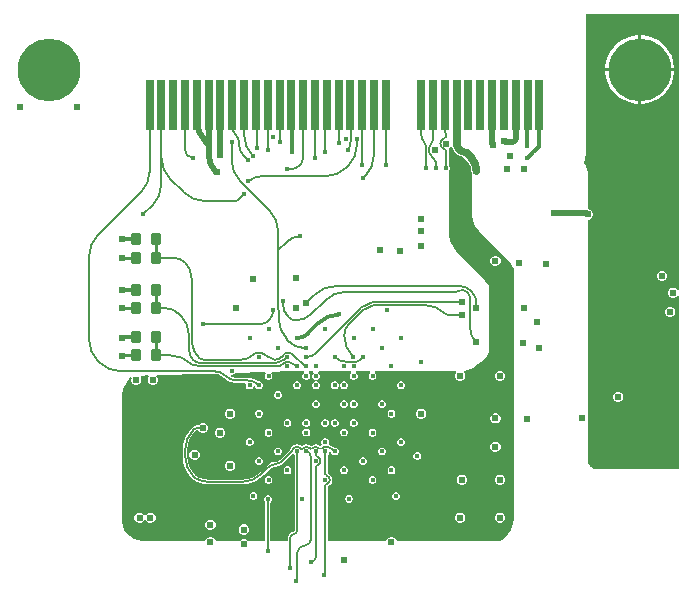
<source format=gbl>
G04*
G04 #@! TF.GenerationSoftware,Altium Limited,Altium Designer,23.0.1 (38)*
G04*
G04 Layer_Physical_Order=4*
G04 Layer_Color=16711680*
%FSLAX45Y45*%
%MOMM*%
G71*
G04*
G04 #@! TF.SameCoordinates,E124BC29-41F8-45E3-8FB8-A4B905A5A323*
G04*
G04*
G04 #@! TF.FilePolarity,Positive*
G04*
G01*
G75*
%ADD12C,0.12700*%
G04:AMPARAMS|DCode=21|XSize=1mm|YSize=0.9mm|CornerRadius=0.1125mm|HoleSize=0mm|Usage=FLASHONLY|Rotation=270.000|XOffset=0mm|YOffset=0mm|HoleType=Round|Shape=RoundedRectangle|*
%AMROUNDEDRECTD21*
21,1,1.00000,0.67500,0,0,270.0*
21,1,0.77500,0.90000,0,0,270.0*
1,1,0.22500,-0.33750,-0.38750*
1,1,0.22500,-0.33750,0.38750*
1,1,0.22500,0.33750,0.38750*
1,1,0.22500,0.33750,-0.38750*
%
%ADD21ROUNDEDRECTD21*%
%ADD41C,0.30480*%
%ADD42C,0.63500*%
%ADD43C,0.15240*%
%ADD44C,0.20320*%
%ADD45C,0.50800*%
%ADD46C,0.25400*%
%ADD48R,0.70000X4.20000*%
%ADD50R,0.70000X4.19999*%
%ADD52C,5.30000*%
%ADD53C,0.35560*%
%ADD54C,0.60960*%
%ADD55C,0.40640*%
G36*
X11712719Y9258032D02*
X11725798Y9226457D01*
X11748286Y9197149D01*
X11748527Y9197389D01*
X11763230Y9187565D01*
X11780573Y9184115D01*
Y9184115D01*
X11792403Y9182015D01*
X11793576Y9181782D01*
X11804059Y9174778D01*
X11804420Y9174237D01*
X11832375Y9146283D01*
X11841254Y9137403D01*
X11849201Y9127994D01*
X11859894Y9114059D01*
X11871353Y9086395D01*
X11875185Y9057285D01*
X11874679Y9056708D01*
X11874679D01*
X11878129Y9039364D01*
X11880000Y9036564D01*
Y8705210D01*
X11881223Y8680313D01*
X11890937Y8631478D01*
X11909992Y8585475D01*
X11937655Y8544074D01*
X11954395Y8525605D01*
X12200000Y8280000D01*
X12209511Y8270489D01*
X12224457Y8248121D01*
X12234752Y8223267D01*
X12240000Y8196882D01*
X12239999Y8183431D01*
X12239999D01*
X12240000Y8183431D01*
X12239999Y6138970D01*
X12240000Y6113953D01*
X12230239Y6064881D01*
X12211092Y6018655D01*
X12183295Y5977054D01*
X12165605Y5959365D01*
X12151972Y5945732D01*
X12133094Y5933118D01*
X12112118Y5924429D01*
X12089849Y5920000D01*
X12078496Y5920000D01*
X11243180D01*
Y5922479D01*
X11236606Y5938350D01*
X11224459Y5950497D01*
X11208589Y5957070D01*
X11191411D01*
X11175541Y5950497D01*
X11163394Y5938350D01*
X11156820Y5922479D01*
Y5920000D01*
X10659423D01*
Y6384299D01*
X10662794Y6384970D01*
X10682118Y6397882D01*
X10695030Y6417206D01*
X10699564Y6440000D01*
X10695030Y6462795D01*
X10682118Y6482119D01*
X10662794Y6495030D01*
X10659423Y6495701D01*
Y6652726D01*
X10667993Y6661296D01*
X10672674Y6672599D01*
X10678093Y6674227D01*
X10685720Y6675424D01*
X10686980Y6674373D01*
Y6673432D01*
X10692007Y6661296D01*
X10701296Y6652007D01*
X10713432Y6646980D01*
X10726568D01*
X10738704Y6652007D01*
X10747993Y6661296D01*
X10753020Y6673432D01*
Y6686568D01*
X10747993Y6698704D01*
X10738704Y6707993D01*
X10726568Y6713020D01*
X10723749D01*
X10712397Y6716276D01*
X10691706Y6730102D01*
X10677248Y6732978D01*
X10676043Y6734061D01*
X10670469Y6747275D01*
X10673020Y6753432D01*
Y6766568D01*
X10667993Y6778704D01*
X10658704Y6787993D01*
X10646568Y6793020D01*
X10633431D01*
X10621295Y6787993D01*
X10612006Y6778704D01*
X10606980Y6766568D01*
Y6753432D01*
X10611016Y6743688D01*
X10605826Y6730882D01*
X10595390Y6726614D01*
X10582794Y6735030D01*
X10560000Y6739565D01*
X10537205Y6735030D01*
X10530053Y6730251D01*
X10518778Y6724553D01*
X10508916Y6730940D01*
X10502795Y6735030D01*
X10480000Y6739565D01*
X10457206Y6735030D01*
X10440000Y6723534D01*
X10422794Y6735030D01*
X10400000Y6739565D01*
X10377206Y6735030D01*
X10357881Y6722119D01*
X10347610Y6706746D01*
X10347606Y6706741D01*
X10347606Y6706740D01*
X10344969Y6702795D01*
X10344312Y6700414D01*
X10343070Y6695919D01*
D01*
X10335569Y6686299D01*
X10255145Y6605874D01*
X10255076Y6605772D01*
X10239164Y6595140D01*
X10232210Y6593757D01*
X10220248Y6591976D01*
Y6591976D01*
X10192439Y6588315D01*
X10166525Y6577581D01*
X10144273Y6560506D01*
X10144272Y6560506D01*
X10135678Y6551140D01*
X10093963Y6509425D01*
X10093518Y6508758D01*
X10058546Y6480058D01*
X10017950Y6458359D01*
X9973902Y6444997D01*
X9928878Y6440563D01*
X9928092Y6440719D01*
X9663655D01*
X9662869Y6440563D01*
X9617846Y6444997D01*
X9573797Y6458359D01*
X9543496Y6474555D01*
Y6474555D01*
X9535524Y6483250D01*
X9511261Y6512815D01*
X9489562Y6553410D01*
X9476200Y6597459D01*
X9471766Y6642483D01*
X9471922Y6643268D01*
Y6687980D01*
X9471766Y6688765D01*
X9476200Y6733789D01*
X9489562Y6777838D01*
X9511261Y6818433D01*
X9532507Y6844322D01*
X9540957Y6853522D01*
X9548256Y6858400D01*
X9556867Y6860112D01*
X9567995Y6856315D01*
X9568315Y6855541D01*
X9580462Y6843394D01*
X9596332Y6836820D01*
X9613510D01*
X9629381Y6843394D01*
X9641528Y6855541D01*
X9648101Y6871411D01*
Y6888589D01*
X9641528Y6904460D01*
X9629381Y6916606D01*
X9613510Y6923180D01*
X9596332D01*
X9580462Y6916606D01*
X9568315Y6904460D01*
X9568070Y6903869D01*
X9556867Y6900254D01*
Y6900254D01*
X9532895Y6895486D01*
X9512572Y6881906D01*
X9512827Y6881652D01*
X9484914Y6848971D01*
X9462457Y6812325D01*
X9446010Y6772617D01*
X9435977Y6730826D01*
X9432605Y6687980D01*
X9433076D01*
Y6643268D01*
X9432605D01*
X9435977Y6600422D01*
X9446010Y6558630D01*
X9462457Y6518923D01*
X9484914Y6482277D01*
X9512826Y6449596D01*
X9512826Y6449595D01*
X9519466Y6443621D01*
X9525768Y6439411D01*
X9526089Y6439347D01*
X9534200Y6434385D01*
X9539309Y6431254D01*
X9579017Y6414807D01*
X9620808Y6404774D01*
X9663655Y6401401D01*
Y6401873D01*
X9928092D01*
Y6401401D01*
X9970939Y6404774D01*
X10012730Y6414807D01*
X10052438Y6431254D01*
X10089083Y6453711D01*
X10121765Y6481623D01*
X10121432Y6481956D01*
X10163147Y6523671D01*
X10172352Y6532427D01*
X10186380Y6543191D01*
X10202716Y6549958D01*
X10220181Y6552257D01*
X10220248Y6552199D01*
Y6552199D01*
X10243181Y6555218D01*
X10264552Y6564070D01*
X10282877Y6578131D01*
X10282905Y6578152D01*
X10282632Y6578424D01*
X10361122Y6656914D01*
X10376835Y6656467D01*
X10380577Y6652726D01*
Y6008340D01*
X10380410D01*
X10380047Y6007464D01*
X10370820Y5999081D01*
X10353477Y5995631D01*
X10338773Y5985807D01*
X10328949Y5971103D01*
X10325499Y5953760D01*
X10325997D01*
Y5920000D01*
X10171926D01*
Y6245462D01*
X10173836Y6246254D01*
X10183125Y6255542D01*
X10188152Y6267679D01*
Y6280815D01*
X10183125Y6292951D01*
X10173836Y6302240D01*
X10161700Y6307267D01*
X10148563D01*
X10136427Y6302240D01*
X10127138Y6292951D01*
X10122112Y6280815D01*
Y6267679D01*
X10127138Y6255542D01*
X10133080Y6249601D01*
Y5920000D01*
X9985335D01*
X9974809Y5930526D01*
X9958939Y5937100D01*
X9941761D01*
X9925890Y5930526D01*
X9915364Y5920000D01*
X9711311D01*
Y5923589D01*
X9704737Y5939459D01*
X9692590Y5951606D01*
X9676720Y5958180D01*
X9659542D01*
X9643671Y5951606D01*
X9631524Y5939459D01*
X9624951Y5923589D01*
Y5920000D01*
X9112825D01*
X9092931Y5920000D01*
X9053908Y5927762D01*
X9017149Y5942988D01*
X8984067Y5965093D01*
X8958111Y5991049D01*
X8939429Y6019009D01*
X8926560Y6050076D01*
X8920000Y6083057D01*
Y6099871D01*
Y7134789D01*
Y7159806D01*
X8929761Y7208878D01*
X8948908Y7255104D01*
X8976705Y7296705D01*
X8990635Y7310635D01*
X9001402Y7303441D01*
X8996820Y7292380D01*
Y7275202D01*
X9003394Y7259331D01*
X9015541Y7247184D01*
X9031411Y7240611D01*
X9048589D01*
X9064459Y7247184D01*
X9076606Y7259331D01*
X9083180Y7275202D01*
Y7292380D01*
X9076606Y7308250D01*
X9075280Y7309576D01*
X9080380Y7322437D01*
X9140647Y7324264D01*
X9146066Y7311722D01*
X9142594Y7308250D01*
X9136020Y7292380D01*
Y7275202D01*
X9142594Y7259331D01*
X9154740Y7247184D01*
X9170611Y7240611D01*
X9187789D01*
X9203659Y7247184D01*
X9215806Y7259331D01*
X9222380Y7275202D01*
Y7292380D01*
X9215806Y7308250D01*
X9210384Y7313672D01*
X9215484Y7326533D01*
X9636000Y7339282D01*
X9696182D01*
X9696795Y7339404D01*
X9728695Y7335205D01*
X9758993Y7322655D01*
X9775070Y7310318D01*
X9784328Y7302009D01*
X9784329Y7302009D01*
X9812399Y7280470D01*
X9845088Y7266929D01*
X9880168Y7262311D01*
Y7263073D01*
X9960083D01*
X9968569Y7250372D01*
X9966959Y7246486D01*
Y7233350D01*
X9971986Y7221214D01*
X9981275Y7211925D01*
X9993411Y7206898D01*
X10006548D01*
X10018684Y7211925D01*
X10027973Y7221214D01*
X10029484Y7224862D01*
X10044733Y7230256D01*
X10049123Y7227941D01*
X10052007Y7220978D01*
X10061296Y7211690D01*
X10073432Y7206663D01*
X10086568D01*
X10098704Y7211690D01*
X10107993Y7220978D01*
X10113020Y7233115D01*
Y7246251D01*
X10107993Y7258387D01*
X10098704Y7267676D01*
X10086568Y7272703D01*
X10073432D01*
X10073104Y7272567D01*
X10068928Y7275994D01*
X10039236Y7291865D01*
X10007019Y7301638D01*
X9973514Y7304938D01*
Y7304509D01*
X9880168D01*
Y7304583D01*
X9856029Y7307761D01*
X9840289Y7314280D01*
X9842816Y7326980D01*
X9853348D01*
X9865484Y7332007D01*
X9874773Y7341296D01*
X9876965Y7346588D01*
X10129589Y7354247D01*
X10135008Y7341705D01*
X10132007Y7338704D01*
X10126980Y7326568D01*
Y7313432D01*
X10132007Y7301296D01*
X10141296Y7292007D01*
X10153432Y7286980D01*
X10166568D01*
X10178704Y7292007D01*
X10187993Y7301296D01*
X10193020Y7313432D01*
Y7326568D01*
X10187993Y7338704D01*
X10183521Y7343176D01*
X10188621Y7356037D01*
X10319360Y7360000D01*
X10457097D01*
X10460338Y7350732D01*
X10460603Y7347300D01*
X10452007Y7338704D01*
X10446980Y7326568D01*
Y7313432D01*
X10452007Y7301296D01*
X10461296Y7292007D01*
X10473432Y7286980D01*
X10486568D01*
X10498704Y7292007D01*
X10507993Y7301296D01*
X10513020Y7313432D01*
Y7326568D01*
X10507993Y7338704D01*
X10499397Y7347300D01*
X10499662Y7350732D01*
X10502904Y7360000D01*
X10537097D01*
X10540338Y7350732D01*
X10540603Y7347300D01*
X10532007Y7338704D01*
X10526980Y7326568D01*
Y7313432D01*
X10532007Y7301296D01*
X10541296Y7292007D01*
X10553432Y7286980D01*
X10566568D01*
X10578704Y7292007D01*
X10587993Y7301296D01*
X10593020Y7313432D01*
Y7326568D01*
X10587993Y7338704D01*
X10579397Y7347300D01*
X10579662Y7350732D01*
X10582903Y7360000D01*
X10857097D01*
X10860338Y7350732D01*
X10860603Y7347300D01*
X10852007Y7338704D01*
X10846980Y7326568D01*
Y7313432D01*
X10852007Y7301296D01*
X10861296Y7292007D01*
X10873432Y7286980D01*
X10886568D01*
X10898704Y7292007D01*
X10907993Y7301296D01*
X10913020Y7313432D01*
Y7326568D01*
X10907993Y7338704D01*
X10899397Y7347300D01*
X10899662Y7350732D01*
X10902904Y7360000D01*
X11017097D01*
X11020338Y7350732D01*
X11020603Y7347300D01*
X11012007Y7338704D01*
X11006980Y7326568D01*
Y7313432D01*
X11012007Y7301296D01*
X11021296Y7292007D01*
X11033432Y7286980D01*
X11046568D01*
X11058704Y7292007D01*
X11067993Y7301296D01*
X11073020Y7313432D01*
Y7326568D01*
X11067993Y7338704D01*
X11059397Y7347300D01*
X11059662Y7350732D01*
X11062903Y7360000D01*
X11743473D01*
X11748734Y7347300D01*
X11745893Y7344460D01*
X11739319Y7328589D01*
Y7311411D01*
X11745893Y7295541D01*
X11758040Y7283394D01*
X11773910Y7276820D01*
X11791088D01*
X11806959Y7283394D01*
X11819105Y7295541D01*
X11825679Y7311411D01*
Y7328589D01*
X11819105Y7344460D01*
X11812702Y7350863D01*
X11816882Y7364644D01*
X11848522Y7370937D01*
X11894524Y7389992D01*
X11935925Y7417655D01*
X11954394Y7434395D01*
X11954395Y7434395D01*
X12000000Y7480000D01*
X12006487Y7487158D01*
X12017208Y7503203D01*
X12024593Y7521032D01*
X12028358Y7539960D01*
X12028832Y7549608D01*
X12028833Y7549609D01*
Y8045233D01*
X12028299Y8056102D01*
X12024058Y8077424D01*
X12015738Y8097508D01*
X12003661Y8115584D01*
X11996352Y8123647D01*
X11996352Y8123648D01*
X11762770Y8357230D01*
X11745081Y8374919D01*
X11717283Y8416521D01*
X11698137Y8462746D01*
X11688375Y8511818D01*
Y8585475D01*
X11688375Y9058498D01*
X11691673Y9061796D01*
X11696700Y9073932D01*
Y9087068D01*
X11691673Y9099204D01*
X11688375Y9102502D01*
Y9249293D01*
X11698946Y9259864D01*
X11704338Y9260170D01*
X11712719Y9258032D01*
D02*
G37*
G36*
X13636343Y8049452D02*
X13623643Y8046925D01*
X13623067Y8048319D01*
X13610919Y8060466D01*
X13595049Y8067040D01*
X13577872D01*
X13562001Y8060466D01*
X13549854Y8048319D01*
X13543280Y8032449D01*
Y8015271D01*
X13549854Y7999401D01*
X13562001Y7987254D01*
X13577872Y7980680D01*
X13595049D01*
X13610919Y7987254D01*
X13623067Y7999401D01*
X13623643Y8000795D01*
X13636343Y7998268D01*
X13636343Y6532880D01*
X12931531D01*
X12917294Y6535712D01*
X12903883Y6541266D01*
X12891815Y6549331D01*
X12881551Y6559595D01*
X12873486Y6571664D01*
X12867932Y6585074D01*
X12865100Y6599310D01*
Y6606568D01*
Y8643620D01*
X12873689D01*
X12889558Y8650194D01*
X12901706Y8662341D01*
X12908279Y8678211D01*
Y8695389D01*
X12901706Y8711259D01*
X12889558Y8723406D01*
X12878627Y8727935D01*
X12875002Y8730357D01*
X12865100Y8732326D01*
Y9028273D01*
X12864415Y9042214D01*
X12858975Y9069563D01*
X12848305Y9095324D01*
X12832812Y9118509D01*
X12826347Y9124974D01*
X12829352Y9130178D01*
X12835168Y9144221D01*
X12837120Y9151502D01*
X12839542Y9158639D01*
X12842506Y9173548D01*
X12842879Y9179197D01*
X12843892Y9184768D01*
X12844266Y9192368D01*
X12844110Y9194260D01*
X12844357Y9196142D01*
X12844357Y10384984D01*
X13636343D01*
Y8049452D01*
D02*
G37*
%LPC*%
G36*
X12089691Y8334921D02*
X12072513D01*
X12056642Y8328347D01*
X12044496Y8316201D01*
X12037922Y8300330D01*
Y8283152D01*
X12044496Y8267282D01*
X12056642Y8255135D01*
X12072513Y8248561D01*
X12089691D01*
X12105561Y8255135D01*
X12117708Y8267282D01*
X12124282Y8283152D01*
Y8300330D01*
X12117708Y8316201D01*
X12105561Y8328347D01*
X12089691Y8334921D01*
D02*
G37*
G36*
X12128589Y7363180D02*
X12111411D01*
X12095540Y7356606D01*
X12083394Y7344460D01*
X12076820Y7328589D01*
Y7311411D01*
X12083394Y7295541D01*
X12095540Y7283394D01*
X12111411Y7276820D01*
X12128589D01*
X12144459Y7283394D01*
X12156606Y7295541D01*
X12163180Y7311411D01*
Y7328589D01*
X12156606Y7344460D01*
X12144459Y7356606D01*
X12128589Y7363180D01*
D02*
G37*
G36*
X10566568Y7273020D02*
X10553432D01*
X10541296Y7267993D01*
X10532007Y7258705D01*
X10526980Y7246568D01*
Y7233432D01*
X10532007Y7221296D01*
X10541296Y7212007D01*
X10553432Y7206980D01*
X10566568D01*
X10578704Y7212007D01*
X10587993Y7221296D01*
X10593020Y7233432D01*
Y7246568D01*
X10587993Y7258705D01*
X10578704Y7267993D01*
X10566568Y7273020D01*
D02*
G37*
G36*
X11286568Y7273020D02*
X11273432D01*
X11261296Y7267993D01*
X11252007Y7258704D01*
X11246980Y7246568D01*
Y7233432D01*
X11252007Y7221296D01*
X11261296Y7212007D01*
X11273432Y7206980D01*
X11286568D01*
X11298704Y7212007D01*
X11307993Y7221296D01*
X11313020Y7233432D01*
Y7246568D01*
X11307993Y7258704D01*
X11298704Y7267993D01*
X11286568Y7273020D01*
D02*
G37*
G36*
X10806568D02*
X10793432D01*
X10781296Y7267993D01*
X10772007Y7258704D01*
X10766980Y7246568D01*
Y7233432D01*
X10772007Y7221296D01*
X10781296Y7212007D01*
X10793432Y7206980D01*
X10806568D01*
X10818704Y7212007D01*
X10827993Y7221296D01*
X10833020Y7233432D01*
Y7246568D01*
X10827993Y7258704D01*
X10818704Y7267993D01*
X10806568Y7273020D01*
D02*
G37*
G36*
X10726568D02*
X10713432D01*
X10701296Y7267993D01*
X10692007Y7258704D01*
X10686980Y7246568D01*
Y7233432D01*
X10692007Y7221296D01*
X10701296Y7212007D01*
X10713432Y7206980D01*
X10726568D01*
X10738704Y7212007D01*
X10747993Y7221296D01*
X10753020Y7233432D01*
Y7246568D01*
X10747993Y7258704D01*
X10738704Y7267993D01*
X10726568Y7273020D01*
D02*
G37*
G36*
X10406568D02*
X10393432D01*
X10381296Y7267993D01*
X10372007Y7258704D01*
X10366980Y7246568D01*
Y7233432D01*
X10372007Y7221296D01*
X10381296Y7212007D01*
X10393432Y7206980D01*
X10406568D01*
X10418704Y7212007D01*
X10427993Y7221296D01*
X10433020Y7233432D01*
Y7246568D01*
X10427993Y7258704D01*
X10418704Y7267993D01*
X10406568Y7273020D01*
D02*
G37*
G36*
X10246568Y7193020D02*
X10233432D01*
X10221296Y7187993D01*
X10212007Y7178704D01*
X10206980Y7166568D01*
Y7153432D01*
X10212007Y7141296D01*
X10221296Y7132007D01*
X10233432Y7126980D01*
X10246568D01*
X10258704Y7132007D01*
X10267993Y7141296D01*
X10273020Y7153432D01*
Y7166568D01*
X10267993Y7178704D01*
X10258704Y7187993D01*
X10246568Y7193020D01*
D02*
G37*
G36*
X11126568Y7113020D02*
X11113432D01*
X11101296Y7107993D01*
X11092007Y7098704D01*
X11086980Y7086568D01*
Y7073432D01*
X11092007Y7061296D01*
X11101296Y7052007D01*
X11113432Y7046980D01*
X11126568D01*
X11138704Y7052007D01*
X11147993Y7061296D01*
X11153020Y7073432D01*
Y7086568D01*
X11147993Y7098704D01*
X11138704Y7107993D01*
X11126568Y7113020D01*
D02*
G37*
G36*
X10886568D02*
X10873432D01*
X10861296Y7107993D01*
X10852007Y7098704D01*
X10846980Y7086568D01*
Y7073432D01*
X10852007Y7061296D01*
X10861296Y7052007D01*
X10873432Y7046980D01*
X10886568D01*
X10898704Y7052007D01*
X10907993Y7061296D01*
X10913020Y7073432D01*
Y7086568D01*
X10907993Y7098704D01*
X10898704Y7107993D01*
X10886568Y7113020D01*
D02*
G37*
G36*
X10806568D02*
X10793432D01*
X10781296Y7107993D01*
X10772007Y7098704D01*
X10766980Y7086568D01*
Y7073432D01*
X10772007Y7061296D01*
X10781296Y7052007D01*
X10793432Y7046980D01*
X10806568D01*
X10818704Y7052007D01*
X10827993Y7061296D01*
X10833020Y7073432D01*
Y7086568D01*
X10827993Y7098704D01*
X10818704Y7107993D01*
X10806568Y7113020D01*
D02*
G37*
G36*
X10566568D02*
X10553432D01*
X10541296Y7107993D01*
X10532007Y7098704D01*
X10526980Y7086568D01*
Y7073432D01*
X10532007Y7061296D01*
X10541296Y7052007D01*
X10553432Y7046980D01*
X10566568D01*
X10578704Y7052007D01*
X10587993Y7061296D01*
X10593020Y7073432D01*
Y7086568D01*
X10587993Y7098704D01*
X10578704Y7107993D01*
X10566568Y7113020D01*
D02*
G37*
G36*
X11206568Y7033020D02*
X11193432D01*
X11181296Y7027993D01*
X11172007Y7018704D01*
X11166980Y7006568D01*
Y6993432D01*
X11172007Y6981296D01*
X11181296Y6972007D01*
X11193432Y6966980D01*
X11206568D01*
X11218704Y6972007D01*
X11227993Y6981296D01*
X11233020Y6993432D01*
Y7006568D01*
X11227993Y7018704D01*
X11218704Y7027993D01*
X11206568Y7033020D01*
D02*
G37*
G36*
X10086568D02*
X10073432D01*
X10061296Y7027993D01*
X10052007Y7018704D01*
X10046980Y7006568D01*
Y6993432D01*
X10052007Y6981296D01*
X10061296Y6972007D01*
X10073432Y6966980D01*
X10086568D01*
X10098704Y6972007D01*
X10107993Y6981296D01*
X10113020Y6993432D01*
Y7006568D01*
X10107993Y7018704D01*
X10098704Y7027993D01*
X10086568Y7033020D01*
D02*
G37*
G36*
X11461767Y7043180D02*
X11444589D01*
X11428719Y7036606D01*
X11416572Y7024459D01*
X11409998Y7008589D01*
Y6991411D01*
X11416572Y6975541D01*
X11428719Y6963394D01*
X11444589Y6956820D01*
X11461767D01*
X11477638Y6963394D01*
X11489784Y6975541D01*
X11496358Y6991411D01*
Y7008589D01*
X11489784Y7024459D01*
X11477638Y7036606D01*
X11461767Y7043180D01*
D02*
G37*
G36*
X9844712D02*
X9827534D01*
X9811663Y7036606D01*
X9799517Y7024459D01*
X9792943Y7008589D01*
Y6991411D01*
X9799517Y6975541D01*
X9811663Y6963394D01*
X9827534Y6956820D01*
X9844712D01*
X9860582Y6963394D01*
X9872729Y6975541D01*
X9879303Y6991411D01*
Y7008589D01*
X9872729Y7024459D01*
X9860582Y7036606D01*
X9844712Y7043180D01*
D02*
G37*
G36*
X12089691Y7003180D02*
X12072513D01*
X12056642Y6996606D01*
X12044496Y6984459D01*
X12037922Y6968589D01*
Y6951411D01*
X12044496Y6935541D01*
X12056642Y6923394D01*
X12072513Y6916820D01*
X12089691D01*
X12105561Y6923394D01*
X12117708Y6935541D01*
X12124282Y6951411D01*
Y6968589D01*
X12117708Y6984459D01*
X12105561Y6996606D01*
X12089691Y7003180D01*
D02*
G37*
G36*
X10486568Y6953020D02*
X10473432D01*
X10461296Y6947993D01*
X10452007Y6938704D01*
X10446980Y6926568D01*
Y6913432D01*
X10452007Y6901296D01*
X10461296Y6892007D01*
X10473432Y6886980D01*
X10486568D01*
X10498704Y6892007D01*
X10507993Y6901296D01*
X10513020Y6913432D01*
Y6926568D01*
X10507993Y6938704D01*
X10498704Y6947993D01*
X10486568Y6953020D01*
D02*
G37*
G36*
X10886568Y6953020D02*
X10873432D01*
X10861296Y6947993D01*
X10852007Y6938704D01*
X10846980Y6926568D01*
Y6913432D01*
X10852007Y6901296D01*
X10861296Y6892007D01*
X10873432Y6886980D01*
X10886568D01*
X10898704Y6892007D01*
X10907993Y6901296D01*
X10913020Y6913432D01*
Y6926568D01*
X10907993Y6938704D01*
X10898704Y6947993D01*
X10886568Y6953020D01*
D02*
G37*
G36*
X10726568D02*
X10713432D01*
X10701296Y6947993D01*
X10692007Y6938704D01*
X10686980Y6926568D01*
Y6913432D01*
X10692007Y6901296D01*
X10701296Y6892007D01*
X10713432Y6886980D01*
X10726568D01*
X10738704Y6892007D01*
X10747993Y6901296D01*
X10753020Y6913432D01*
Y6926568D01*
X10747993Y6938704D01*
X10738704Y6947993D01*
X10726568Y6953020D01*
D02*
G37*
G36*
X10646568D02*
X10633432D01*
X10621296Y6947993D01*
X10612007Y6938704D01*
X10606980Y6926568D01*
Y6913432D01*
X10612007Y6901296D01*
X10621296Y6892007D01*
X10633432Y6886980D01*
X10646568D01*
X10658704Y6892007D01*
X10667993Y6901296D01*
X10673020Y6913432D01*
Y6926568D01*
X10667993Y6938704D01*
X10658704Y6947993D01*
X10646568Y6953020D01*
D02*
G37*
G36*
X10326568D02*
X10313432D01*
X10301296Y6947993D01*
X10292007Y6938704D01*
X10286980Y6926568D01*
Y6913432D01*
X10292007Y6901296D01*
X10301296Y6892007D01*
X10313432Y6886980D01*
X10326568D01*
X10338704Y6892007D01*
X10347993Y6901296D01*
X10353020Y6913432D01*
Y6926568D01*
X10347993Y6938704D01*
X10338704Y6947993D01*
X10326568Y6953020D01*
D02*
G37*
G36*
X10806568Y6873020D02*
X10793432D01*
X10781296Y6867993D01*
X10772007Y6858705D01*
X10766980Y6846568D01*
Y6833432D01*
X10772007Y6821296D01*
X10781296Y6812007D01*
X10793432Y6806980D01*
X10806568D01*
X10818704Y6812007D01*
X10827993Y6821296D01*
X10833020Y6833432D01*
Y6846568D01*
X10827993Y6858705D01*
X10818704Y6867993D01*
X10806568Y6873020D01*
D02*
G37*
G36*
X10486568D02*
X10473432D01*
X10461296Y6867993D01*
X10452007Y6858705D01*
X10446980Y6846568D01*
Y6833432D01*
X10452007Y6821296D01*
X10461296Y6812007D01*
X10473432Y6806980D01*
X10486568D01*
X10498704Y6812007D01*
X10507993Y6821296D01*
X10513020Y6833432D01*
Y6846568D01*
X10507993Y6858705D01*
X10498704Y6867993D01*
X10486568Y6873020D01*
D02*
G37*
G36*
X11046568Y6872120D02*
X11033432D01*
X11021296Y6867093D01*
X11012007Y6857804D01*
X11006980Y6845668D01*
Y6832532D01*
X11012007Y6820396D01*
X11021296Y6811107D01*
X11033432Y6806080D01*
X11046568D01*
X11058704Y6811107D01*
X11067993Y6820396D01*
X11073020Y6832532D01*
Y6845668D01*
X11067993Y6857804D01*
X11058704Y6867093D01*
X11046568Y6872120D01*
D02*
G37*
G36*
X10166568D02*
X10153432D01*
X10141296Y6867093D01*
X10132007Y6857804D01*
X10126980Y6845668D01*
Y6832532D01*
X10132007Y6820396D01*
X10141296Y6811107D01*
X10153432Y6806080D01*
X10166568D01*
X10178704Y6811107D01*
X10187993Y6820396D01*
X10193020Y6832532D01*
Y6845668D01*
X10187993Y6857804D01*
X10178704Y6867093D01*
X10166568Y6872120D01*
D02*
G37*
G36*
X9756374Y6882280D02*
X9739196D01*
X9723326Y6875706D01*
X9711179Y6863560D01*
X9704605Y6847689D01*
Y6830511D01*
X9711179Y6814641D01*
X9723326Y6802494D01*
X9739196Y6795920D01*
X9756374D01*
X9772245Y6802494D01*
X9784391Y6814641D01*
X9790965Y6830511D01*
Y6847689D01*
X9784391Y6863560D01*
X9772245Y6875706D01*
X9756374Y6882280D01*
D02*
G37*
G36*
X10006604Y6793085D02*
X9993468D01*
X9981332Y6788058D01*
X9972043Y6778769D01*
X9967016Y6766633D01*
Y6753497D01*
X9972043Y6741361D01*
X9981332Y6732072D01*
X9993468Y6727045D01*
X10006604D01*
X10018740Y6732072D01*
X10028029Y6741361D01*
X10033056Y6753497D01*
Y6766633D01*
X10028029Y6778769D01*
X10018740Y6788058D01*
X10006604Y6793085D01*
D02*
G37*
G36*
X11286568Y6793020D02*
X11273432D01*
X11261296Y6787993D01*
X11252007Y6778704D01*
X11246980Y6766568D01*
Y6753432D01*
X11252007Y6741296D01*
X11261296Y6732007D01*
X11273432Y6726980D01*
X11286568D01*
X11298704Y6732007D01*
X11307993Y6741296D01*
X11313020Y6753432D01*
Y6766568D01*
X11307993Y6778704D01*
X11298704Y6787993D01*
X11286568Y6793020D01*
D02*
G37*
G36*
X12089691Y6763180D02*
X12072513D01*
X12056642Y6756607D01*
X12044496Y6744460D01*
X12037922Y6728589D01*
Y6711411D01*
X12044496Y6695541D01*
X12056642Y6683394D01*
X12072513Y6676820D01*
X12089691D01*
X12105561Y6683394D01*
X12117708Y6695541D01*
X12124282Y6711411D01*
Y6728589D01*
X12117708Y6744460D01*
X12105561Y6756607D01*
X12089691Y6763180D01*
D02*
G37*
G36*
X11126568Y6713020D02*
X11113432D01*
X11101296Y6707993D01*
X11092007Y6698704D01*
X11086980Y6686568D01*
Y6673432D01*
X11092007Y6661296D01*
X11101296Y6652007D01*
X11113432Y6646980D01*
X11126568D01*
X11138704Y6652007D01*
X11147993Y6661296D01*
X11153020Y6673432D01*
Y6686568D01*
X11147993Y6698704D01*
X11138704Y6707993D01*
X11126568Y6713020D01*
D02*
G37*
G36*
X10246568D02*
X10233432D01*
X10221296Y6707993D01*
X10212007Y6698704D01*
X10206980Y6686568D01*
Y6673432D01*
X10212007Y6661296D01*
X10221296Y6652007D01*
X10233432Y6646980D01*
X10246568D01*
X10258704Y6652007D01*
X10267993Y6661296D01*
X10273020Y6673432D01*
Y6686568D01*
X10267993Y6698704D01*
X10258704Y6707993D01*
X10246568Y6713020D01*
D02*
G37*
G36*
X9541588Y6695906D02*
X9524410D01*
X9508540Y6689332D01*
X9496393Y6677185D01*
X9489819Y6661315D01*
Y6644137D01*
X9496393Y6628266D01*
X9508540Y6616120D01*
X9524410Y6609546D01*
X9541588D01*
X9557459Y6616120D01*
X9569605Y6628266D01*
X9576179Y6644137D01*
Y6661315D01*
X9569605Y6677185D01*
X9557459Y6689332D01*
X9541588Y6695906D01*
D02*
G37*
G36*
X11426408Y6673020D02*
X11413272D01*
X11401136Y6667993D01*
X11391847Y6658704D01*
X11386820Y6646568D01*
Y6633432D01*
X11391847Y6621296D01*
X11401136Y6612007D01*
X11413272Y6606980D01*
X11426408D01*
X11438544Y6612007D01*
X11447833Y6621296D01*
X11452860Y6633432D01*
Y6646568D01*
X11447833Y6658704D01*
X11438544Y6667993D01*
X11426408Y6673020D01*
D02*
G37*
G36*
X10966568Y6633020D02*
X10953432D01*
X10941296Y6627993D01*
X10932007Y6618704D01*
X10926980Y6606568D01*
Y6593432D01*
X10932007Y6581296D01*
X10941296Y6572007D01*
X10953432Y6566980D01*
X10966568D01*
X10978704Y6572007D01*
X10987993Y6581296D01*
X10993020Y6593432D01*
Y6606568D01*
X10987993Y6618704D01*
X10978704Y6627993D01*
X10966568Y6633020D01*
D02*
G37*
G36*
X10086568D02*
X10073432D01*
X10061296Y6627993D01*
X10052007Y6618704D01*
X10046980Y6606568D01*
Y6593432D01*
X10052007Y6581296D01*
X10061296Y6572007D01*
X10073432Y6566980D01*
X10086568D01*
X10098704Y6572007D01*
X10107993Y6581296D01*
X10113020Y6593432D01*
Y6606568D01*
X10107993Y6618704D01*
X10098704Y6627993D01*
X10086568Y6633020D01*
D02*
G37*
G36*
X9844712Y6603180D02*
X9827534D01*
X9811663Y6596606D01*
X9799517Y6584460D01*
X9792943Y6568589D01*
Y6551411D01*
X9799517Y6535541D01*
X9811663Y6523394D01*
X9827534Y6516820D01*
X9844712D01*
X9860582Y6523394D01*
X9872729Y6535541D01*
X9879303Y6551411D01*
Y6568589D01*
X9872729Y6584460D01*
X9860582Y6596606D01*
X9844712Y6603180D01*
D02*
G37*
G36*
X11206568Y6553020D02*
X11193432D01*
X11181296Y6547993D01*
X11172007Y6538704D01*
X11166980Y6526568D01*
Y6513432D01*
X11172007Y6501296D01*
X11181296Y6492007D01*
X11193432Y6486980D01*
X11206568D01*
X11218704Y6492007D01*
X11227993Y6501296D01*
X11233020Y6513432D01*
Y6526568D01*
X11227993Y6538704D01*
X11218704Y6547993D01*
X11206568Y6553020D01*
D02*
G37*
G36*
X10806568D02*
X10793432D01*
X10781296Y6547993D01*
X10772007Y6538704D01*
X10766980Y6526568D01*
Y6513432D01*
X10772007Y6501296D01*
X10781296Y6492007D01*
X10793432Y6486980D01*
X10806568D01*
X10818704Y6492007D01*
X10827993Y6501296D01*
X10833020Y6513432D01*
Y6526568D01*
X10827993Y6538704D01*
X10818704Y6547993D01*
X10806568Y6553020D01*
D02*
G37*
G36*
X10326568D02*
X10313432D01*
X10301296Y6547993D01*
X10292007Y6538704D01*
X10286980Y6526568D01*
Y6513432D01*
X10292007Y6501296D01*
X10301296Y6492007D01*
X10313432Y6486980D01*
X10326568D01*
X10338704Y6492007D01*
X10347993Y6501296D01*
X10353020Y6513432D01*
Y6526568D01*
X10347993Y6538704D01*
X10338704Y6547993D01*
X10326568Y6553020D01*
D02*
G37*
G36*
X11046568Y6473020D02*
X11033432D01*
X11021296Y6467993D01*
X11012007Y6458704D01*
X11006980Y6446568D01*
Y6433432D01*
X11012007Y6421296D01*
X11021296Y6412007D01*
X11033432Y6406980D01*
X11046568D01*
X11058704Y6412007D01*
X11067993Y6421296D01*
X11073020Y6433432D01*
Y6446568D01*
X11067993Y6458704D01*
X11058704Y6467993D01*
X11046568Y6473020D01*
D02*
G37*
G36*
X10166568D02*
X10153432D01*
X10141296Y6467993D01*
X10132007Y6458704D01*
X10126980Y6446568D01*
Y6433432D01*
X10132007Y6421296D01*
X10141296Y6412007D01*
X10153432Y6406980D01*
X10166568D01*
X10178704Y6412007D01*
X10187993Y6421296D01*
X10193020Y6433432D01*
Y6446568D01*
X10187993Y6458704D01*
X10178704Y6467993D01*
X10166568Y6473020D01*
D02*
G37*
G36*
X12128589Y6483180D02*
X12111411D01*
X12095540Y6476606D01*
X12083394Y6464460D01*
X12076820Y6448589D01*
Y6431411D01*
X12083394Y6415541D01*
X12095540Y6403394D01*
X12111411Y6396820D01*
X12128589D01*
X12144459Y6403394D01*
X12156606Y6415541D01*
X12163180Y6431411D01*
Y6448589D01*
X12156606Y6464460D01*
X12144459Y6476606D01*
X12128589Y6483180D01*
D02*
G37*
G36*
X11803416D02*
X11786238D01*
X11770368Y6476606D01*
X11758221Y6464460D01*
X11751647Y6448589D01*
Y6431411D01*
X11758221Y6415541D01*
X11770368Y6403394D01*
X11786238Y6396820D01*
X11803416D01*
X11819286Y6403394D01*
X11831433Y6415541D01*
X11838007Y6431411D01*
Y6448589D01*
X11831433Y6464460D01*
X11819286Y6476606D01*
X11803416Y6483180D01*
D02*
G37*
G36*
X10038097Y6335260D02*
X10024961D01*
X10012825Y6330233D01*
X10003536Y6320944D01*
X9998509Y6308808D01*
Y6295672D01*
X10003536Y6283536D01*
X10012825Y6274247D01*
X10024961Y6269220D01*
X10038097D01*
X10050233Y6274247D01*
X10059522Y6283536D01*
X10064549Y6295672D01*
Y6308808D01*
X10059522Y6320944D01*
X10050233Y6330233D01*
X10038097Y6335260D01*
D02*
G37*
G36*
X11246068Y6334760D02*
X11232932D01*
X11220796Y6329733D01*
X11211507Y6320444D01*
X11206480Y6308308D01*
Y6295172D01*
X11211507Y6283036D01*
X11220796Y6273747D01*
X11232932Y6268720D01*
X11246068D01*
X11258204Y6273747D01*
X11267493Y6283036D01*
X11272520Y6295172D01*
Y6308308D01*
X11267493Y6320444D01*
X11258204Y6329733D01*
X11246068Y6334760D01*
D02*
G37*
G36*
X10846568Y6313020D02*
X10833432D01*
X10821296Y6307993D01*
X10812007Y6298704D01*
X10806980Y6286568D01*
Y6273432D01*
X10812007Y6261296D01*
X10821296Y6252007D01*
X10833432Y6246980D01*
X10846568D01*
X10858704Y6252007D01*
X10867993Y6261296D01*
X10873020Y6273432D01*
Y6286568D01*
X10867993Y6298704D01*
X10858704Y6307993D01*
X10846568Y6313020D01*
D02*
G37*
G36*
X9168589Y6163180D02*
X9151411D01*
X9135541Y6156606D01*
X9123394Y6144459D01*
X9120873Y6138374D01*
X9107127D01*
X9104606Y6144459D01*
X9092459Y6156606D01*
X9076589Y6163180D01*
X9059411D01*
X9043540Y6156606D01*
X9031393Y6144459D01*
X9024820Y6128589D01*
Y6111411D01*
X9031393Y6095540D01*
X9043540Y6083393D01*
X9059411Y6076820D01*
X9076589D01*
X9092459Y6083393D01*
X9104606Y6095540D01*
X9107127Y6101626D01*
X9120873D01*
X9123394Y6095541D01*
X9135541Y6083394D01*
X9151411Y6076820D01*
X9168589D01*
X9184459Y6083394D01*
X9196606Y6095541D01*
X9203180Y6111411D01*
Y6128589D01*
X9196606Y6144459D01*
X9184459Y6156606D01*
X9168589Y6163180D01*
D02*
G37*
G36*
X12128589D02*
X12111411D01*
X12095540Y6156606D01*
X12083394Y6144459D01*
X12076820Y6128589D01*
Y6111411D01*
X12083394Y6095541D01*
X12095540Y6083394D01*
X12111411Y6076820D01*
X12128589D01*
X12144459Y6083394D01*
X12156606Y6095541D01*
X12163180Y6111411D01*
Y6128589D01*
X12156606Y6144459D01*
X12144459Y6156606D01*
X12128589Y6163180D01*
D02*
G37*
G36*
X11791589D02*
X11774411D01*
X11758541Y6156606D01*
X11746394Y6144459D01*
X11739820Y6128589D01*
Y6111411D01*
X11746394Y6095541D01*
X11758541Y6083394D01*
X11774411Y6076820D01*
X11791589D01*
X11807459Y6083394D01*
X11819606Y6095541D01*
X11826180Y6111411D01*
Y6128589D01*
X11819606Y6144459D01*
X11807459Y6156606D01*
X11791589Y6163180D01*
D02*
G37*
G36*
X9676720Y6103180D02*
X9659542D01*
X9643671Y6096606D01*
X9631524Y6084459D01*
X9624951Y6068589D01*
Y6051411D01*
X9631524Y6035540D01*
X9643671Y6023394D01*
X9659542Y6016820D01*
X9676720D01*
X9692590Y6023394D01*
X9704737Y6035540D01*
X9711311Y6051411D01*
Y6068589D01*
X9704737Y6084459D01*
X9692590Y6096606D01*
X9676720Y6103180D01*
D02*
G37*
G36*
X9958939Y6061860D02*
X9941761D01*
X9925890Y6055286D01*
X9913743Y6043140D01*
X9907170Y6027269D01*
Y6010091D01*
X9913743Y5994221D01*
X9925890Y5982074D01*
X9941761Y5975500D01*
X9958939D01*
X9974809Y5982074D01*
X9986956Y5994221D01*
X9993530Y6010091D01*
Y6027269D01*
X9986956Y6043140D01*
X9974809Y6055286D01*
X9958939Y6061860D01*
D02*
G37*
G36*
X13325356Y10203140D02*
X13315199D01*
Y9925440D01*
X13592900D01*
Y9935595D01*
X13585748Y9980742D01*
X13571625Y10024215D01*
X13550871Y10064943D01*
X13524004Y10101923D01*
X13491682Y10134244D01*
X13454703Y10161112D01*
X13413976Y10181864D01*
X13370502Y10195989D01*
X13325356Y10203140D01*
D02*
G37*
G36*
X13289799D02*
X13279645D01*
X13234499Y10195989D01*
X13191025Y10181864D01*
X13150298Y10161112D01*
X13113316Y10134244D01*
X13080995Y10101923D01*
X13054128Y10064943D01*
X13033376Y10024215D01*
X13019250Y9980742D01*
X13012100Y9935595D01*
Y9925440D01*
X13289799D01*
Y10203140D01*
D02*
G37*
G36*
X13592900Y9900040D02*
X13315199D01*
Y9622340D01*
X13325356D01*
X13370502Y9629491D01*
X13413976Y9643616D01*
X13454703Y9664368D01*
X13491682Y9691235D01*
X13524004Y9723557D01*
X13550871Y9760537D01*
X13571625Y9801265D01*
X13585748Y9844738D01*
X13592900Y9889885D01*
Y9900040D01*
D02*
G37*
G36*
X13289799D02*
X13012100D01*
Y9889885D01*
X13019250Y9844738D01*
X13033376Y9801265D01*
X13054128Y9760537D01*
X13080995Y9723557D01*
X13113316Y9691235D01*
X13150298Y9664368D01*
X13191025Y9643616D01*
X13234499Y9629491D01*
X13279645Y9622340D01*
X13289799D01*
Y9900040D01*
D02*
G37*
G36*
X13498589Y8207785D02*
X13481412D01*
X13465541Y8201211D01*
X13453394Y8189065D01*
X13446820Y8173194D01*
Y8156016D01*
X13453394Y8140146D01*
X13465541Y8127999D01*
X13481412Y8121425D01*
X13498589D01*
X13514459Y8127999D01*
X13526607Y8140146D01*
X13533180Y8156016D01*
Y8173194D01*
X13526607Y8189065D01*
X13514459Y8201211D01*
X13498589Y8207785D01*
D02*
G37*
G36*
X13570322Y7904951D02*
X13553143D01*
X13537273Y7898378D01*
X13525125Y7886231D01*
X13518552Y7870360D01*
Y7853182D01*
X13525125Y7837312D01*
X13537273Y7825165D01*
X13553143Y7818591D01*
X13570322D01*
X13586191Y7825165D01*
X13598338Y7837312D01*
X13604912Y7853182D01*
Y7870360D01*
X13598338Y7886231D01*
X13586191Y7898378D01*
X13570322Y7904951D01*
D02*
G37*
G36*
X13128589Y7185477D02*
X13111411D01*
X13095540Y7178903D01*
X13083394Y7166756D01*
X13076820Y7150886D01*
Y7133708D01*
X13083394Y7117837D01*
X13095540Y7105690D01*
X13111411Y7099117D01*
X13128589D01*
X13144460Y7105690D01*
X13156606Y7117837D01*
X13163181Y7133708D01*
Y7150886D01*
X13156606Y7166756D01*
X13144460Y7178903D01*
X13128589Y7185477D01*
D02*
G37*
%LPD*%
D12*
X11551172Y9313386D02*
G03*
X11552499Y9318881I-11373J5655D01*
G01*
X11577320Y9122946D02*
G03*
X11574969Y9130307I-12701J-0D01*
G01*
X11490193Y9234933D02*
G03*
X11490029Y9228713I74757J-5089D01*
G01*
X11492237Y9264958D02*
G03*
X11492266Y9265820I-12671J863D01*
G01*
X11520580Y9251857D02*
G03*
X11524528Y9201221I44370J-22013D01*
G01*
X10161867Y7787939D02*
G03*
X10200000Y7880000I-92061J92061D01*
G01*
X11800000Y7831654D02*
G03*
X11794827Y7833797I-5173J-5173D01*
G01*
X10240631Y7957493D02*
G03*
X10240647Y7956131I39369J-221D01*
G01*
X11452500Y9361825D02*
G03*
X11477202Y9302189I84338J0D01*
G01*
X11492266Y9265820D02*
G03*
X11477202Y9302189I-51432J0D01*
G01*
X11657394Y9409090D02*
G03*
X11657395Y9408896I12700J0D01*
G01*
X11663680Y9224823D02*
G03*
X11653631Y9237164I-12700J-80D01*
G01*
X11649850Y9333223D02*
G03*
X11658912Y9345746I-3633J12169D01*
G01*
X11649850Y9333223D02*
G03*
X11653631Y9237164I13830J-47560D01*
G01*
X10857363Y9324935D02*
G03*
X10857556Y9328869I-39177J3895D01*
G01*
X10852564Y9276657D02*
G03*
X10852501Y9275401I12639J-1256D01*
G01*
X10834417Y9231741D02*
G03*
X10852501Y9275401I-43660J43660D01*
G01*
X9852498Y9433361D02*
G03*
X9882534Y9360849I102548J0D01*
G01*
X9911130Y9291811D02*
G03*
X9882534Y9360849I-97634J0D01*
G01*
X9911130Y9272279D02*
G03*
X9946688Y9186435I121401J0D01*
G01*
X9952498Y9360849D02*
G03*
X10026220Y9182867I251704J0D01*
G01*
X10059673Y9595417D02*
G03*
X10052498Y9612740I-24499J0D01*
G01*
X10155132Y6274247D02*
G03*
X10152503Y6267900I6347J-6347D01*
G01*
X9083180Y8680000D02*
G03*
X9099020Y8686561I0J22402D01*
G01*
X9178105Y8765645D02*
G03*
X9252499Y8945251I-179605J179605D01*
G01*
Y9168113D02*
G03*
X9326894Y8988508I254000J0D01*
G01*
X9441008Y8874395D02*
G03*
X9620613Y8800000I179605J179605D01*
G01*
X9882534D02*
G03*
X9898514Y8806619I0J22599D01*
G01*
X10641752Y9010646D02*
G03*
X10821358Y9085041I0J254000D01*
G01*
X10097277Y9010646D02*
G03*
X9989021Y8965805I0J-153096D01*
G01*
X10833295Y9096979D02*
G03*
X10907690Y9276584I-179605J179605D01*
G01*
X10220248Y7427449D02*
G03*
X10278305Y7451497I0J82105D01*
G01*
X10228101Y7400000D02*
G03*
X10287074Y7424428I0J83401D01*
G01*
X10293945Y7459298D02*
G03*
X10283505Y7453510I26055J-59298D01*
G01*
X10287074Y7424428D02*
G03*
X10291777Y7427449I-4346J11933D01*
G01*
X10337092Y7435466D02*
G03*
X10291777Y7427449I-17092J-35467D01*
G01*
X10278305Y7451497D02*
G03*
X10283505Y7453510I-1871J12562D01*
G01*
X9556868Y6880000D02*
G03*
X9526894Y6867585I0J-42389D01*
G01*
D02*
G03*
X9452499Y6687980I179605J-179605D01*
G01*
Y6643268D02*
G03*
X9526894Y6463663I254000J0D01*
G01*
X9533201Y6457356D02*
G03*
X9663655Y6421296I130454J217940D01*
G01*
X10095900Y7760614D02*
G03*
X10161867Y7787939I0J93292D01*
G01*
X10244965Y7807081D02*
G03*
X10244960Y7807449I-12701J0D01*
G01*
X10244965Y7807081D02*
G03*
X10319360Y7627475I254000J0D01*
G01*
X10698061Y6701939D02*
G03*
X10667298Y6714682I-30763J-30763D01*
G01*
X10657550Y6715242D02*
G03*
X10667298Y6714682I5546J11425D01*
G01*
X10438186Y6700977D02*
G03*
X10449832Y6705295I1971J12546D01*
G01*
X10430146Y6705323D02*
G03*
X10437629Y6701068I9647J8260D01*
G01*
X10357978Y6681239D02*
G03*
X10361374Y6687619I-9049J8911D01*
G01*
X10268879Y6592140D02*
G03*
X10268897Y6592158I-48631J48668D01*
G01*
X10220248Y6572007D02*
G03*
X10268879Y6592140I0J68801D01*
G01*
X10220248Y6572007D02*
G03*
X10158393Y6546386I0J-87476D01*
G01*
X9928092Y6421296D02*
G03*
X10107698Y6495691I0J254000D01*
G01*
X10657550Y6715242D02*
G03*
X10609708Y6705148I-17551J-35241D01*
G01*
X10590306Y6705131D02*
G03*
X10609708Y6705148I9694J8205D01*
G01*
X10517967Y6703387D02*
G03*
X10531131Y6706769I3913J12083D01*
G01*
X10507516Y6708158D02*
G03*
X10512178Y6705318I8784J9173D01*
G01*
X10507516Y6708158D02*
G03*
X10449832Y6705295I-27516J-28158D01*
G01*
X10430146Y6705323D02*
G03*
X10361374Y6687619I-30145J-25323D01*
G01*
X10590306Y6705131D02*
G03*
X10531131Y6706769I-30306J-25131D01*
G01*
X9208394Y7644276D02*
G03*
X9206857Y7647986I-5247J0D01*
G01*
X9507812Y7419288D02*
G03*
X9328207Y7493683I-179605J-179605D01*
G01*
X9509445Y7417655D02*
G03*
X9590586Y7400000I81142J177629D01*
G01*
X9486820Y7538750D02*
G03*
X9521411Y7455240I118101J0D01*
G01*
D02*
G03*
X9588504Y7427449I67093J67093D01*
G01*
X9573180Y7470886D02*
G03*
X9615129Y7453510I41949J41949D01*
G01*
X9512369Y7589205D02*
G03*
X9573180Y7470886I214683J35552D01*
G01*
X9412425Y7836767D02*
G03*
X9268050Y7896570I-144375J-144375D01*
G01*
X9486820Y7657162D02*
G03*
X9412425Y7836767I-254000J0D01*
G01*
X9512220Y7591065D02*
G03*
X9512369Y7589205I12700J81D01*
G01*
X9452499Y8280000D02*
G03*
X9355930Y8320000I-96569J-96569D01*
G01*
X9509445Y8142521D02*
G03*
X9452499Y8280000I-194425J0D01*
G01*
X9512220Y7677279D02*
G03*
X9509555Y7715782I-279400J0D01*
G01*
X9509445Y7717370D02*
G03*
X9509555Y7715782I12700J81D01*
G01*
X9911130Y7453510D02*
G03*
X10044390Y7508708I0J188458D01*
G01*
X10061940Y7515977D02*
G03*
X10044390Y7508708I0J-24819D01*
G01*
X10160350Y7478793D02*
G03*
X10212486Y7457197I52137J52137D01*
G01*
D02*
G03*
X10273121Y7482313I0J85751D01*
G01*
X10278864Y7488056D02*
G03*
X10283084Y7493683I-7653J10136D01*
G01*
X10100065Y7513873D02*
G03*
X10103533Y7512493I6378J10982D01*
G01*
X10100065Y7513873D02*
G03*
X10065933Y7516771I-20065J-33873D01*
G01*
X10155132Y7484011D02*
G03*
X10103533Y7512493I-75132J-75132D01*
G01*
X10061940Y7515977D02*
G03*
X10065933Y7516771I-449J12692D01*
G01*
X10341059Y7513264D02*
G03*
X10283084Y7493683I-21059J-33264D01*
G01*
X10295595Y7460190D02*
G03*
X10320000Y7480000I-83108J127324D01*
G01*
X10293945Y7459298D02*
G03*
X10295594Y7460190I-5199J11587D01*
G01*
X10370969Y7500147D02*
G03*
X10345912Y7511792I-28463J-28464D01*
G01*
X10341059Y7513264D02*
G03*
X10345912Y7511792I6039J11173D01*
G01*
X10464833Y7406283D02*
G03*
X10480000Y7400000I15167J15167D01*
G01*
X10395875Y7404125D02*
G03*
X10339775Y7434552I-79332J-79338D01*
G01*
X10337092Y7435466D02*
G03*
X10339775Y7434552I5414J11489D01*
G01*
X10345420Y7600000D02*
G03*
X10441988Y7560000I96568J96568D01*
G01*
X10336835Y7610001D02*
G03*
X10345420Y7600000I69955J51369D01*
G01*
X11052501Y7946668D02*
G03*
X11047447Y7945619I0J-12701D01*
G01*
X10949892Y7903302D02*
G03*
X10942080Y7898001I10108J-23302D01*
G01*
X11057772Y7921268D02*
G03*
X11052743Y7920230I0J-12700D01*
G01*
X11656807Y7846873D02*
G03*
X11688375Y7833797I31568J31568D01*
G01*
X11656807Y7846873D02*
G03*
X11477202Y7921268I-179605J-179605D01*
G01*
X10962216Y7880961D02*
G03*
X10958329Y7878329I5054J-11651D01*
G01*
X10840614Y7760614D02*
G03*
X10800000Y7662563I98051J-98051D01*
G01*
D02*
G03*
X10874395Y7482958I254000J0D01*
G01*
X10822653Y7778574D02*
G03*
X10821443Y7777351I116012J-116011D01*
G01*
X10564519Y7514983D02*
G03*
X10564668Y7515132I-84519J84607D01*
G01*
X10480000Y7480000D02*
G03*
X10564519Y7514983I0J119590D01*
G01*
X10347441Y9070311D02*
G03*
X10424160Y9102089I0J108498D01*
G01*
D02*
G03*
X10452502Y9170513I-68424J68424D01*
G01*
X10652502Y9612740D02*
G03*
X10640000Y9582557I30183J-30183D01*
G01*
X10978106Y9010646D02*
G03*
X11052501Y9190251I-179605J179605D01*
G01*
X10370820Y5979160D02*
G03*
X10345420Y5953760I0J-25400D01*
G01*
X10370820Y5979160D02*
G03*
X10400000Y6008340I0J29180D01*
G01*
X10474960Y5887720D02*
G03*
X10400000Y5812760I0J-74960D01*
G01*
X10474960Y5887720D02*
G03*
X10515600Y5928360I0J40640D01*
G01*
Y6644400D02*
G03*
X10480000Y6680000I-35600J0D01*
G01*
X10393680Y5580380D02*
G03*
X10400000Y5586700I0J6320D01*
G01*
X10569536Y6561802D02*
G03*
X10560000Y6549583I3164J-12300D01*
G01*
Y6650417D02*
G03*
X10569508Y6638205I12700J81D01*
G01*
X10569536Y6561802D02*
G03*
X10569508Y6638205I-9536J38198D01*
G01*
X10520000Y5746560D02*
G03*
X10560000Y5786560I0J40000D01*
G01*
X10640000Y6490417D02*
G03*
X10649508Y6478205I12700J81D01*
G01*
X10649536Y6401803D02*
G03*
X10640000Y6389583I3164J-12300D01*
G01*
X10649536Y6401803D02*
G03*
X10649508Y6478205I-9536J38198D01*
G01*
X10627360Y5636260D02*
G03*
X10640000Y5648900I0J12640D01*
G01*
X11552499Y9318881D02*
X11552500Y9318961D01*
X11520580Y9251857D02*
X11551172Y9313386D01*
X11524527Y9201221D02*
X11574969Y9130307D01*
X11490193Y9234933D02*
X11492237Y9264958D01*
X11490028Y9228713D02*
X11492266Y9080500D01*
X11577320Y9122946D02*
X11577320D01*
X11552500Y9318961D02*
Y9612740D01*
X11052501Y7946668D02*
X11800000D01*
X11688375Y7833797D02*
X11794827D01*
X10240647Y7956131D02*
X10244959Y7807449D01*
X11452500Y9361825D02*
Y9612740D01*
X11577320Y9080500D02*
Y9122946D01*
X11652500Y9612740D02*
X11657394Y9409090D01*
X11663680Y9080500D02*
Y9224823D01*
X11657395Y9408896D02*
X11658912Y9345746D01*
X10852501Y9612740D02*
X10857556Y9409090D01*
Y9328869D02*
Y9409090D01*
X10852564Y9276657D02*
X10857363Y9324935D01*
X9852498Y9433361D02*
Y9612740D01*
X9911130Y9272279D02*
Y9291811D01*
X9946688Y9186435D02*
X9987549Y9145574D01*
X9952498Y9360849D02*
Y9612740D01*
X10059673Y9249916D02*
Y9595417D01*
X10152503Y5841435D02*
Y6267900D01*
X9099020Y8686561D02*
X9178105Y8765645D01*
X9252499Y9168113D02*
Y9612740D01*
Y8945251D02*
Y9168113D01*
X9326894Y8988508D02*
X9441008Y8874395D01*
X9620613Y8800000D02*
X9882534D01*
X9898514Y8806619D02*
X9950350Y8858455D01*
X10097277Y9010646D02*
X10641752D01*
X10821358Y9085041D02*
X10833295Y9096979D01*
X10907690Y9276584D02*
Y9328830D01*
X10952501Y9102089D02*
Y9612740D01*
X10752501Y9289185D02*
Y9612740D01*
X9615129Y7453510D02*
X9911130D01*
X9588504Y7427449D02*
X10220248D01*
X9590586Y7400000D02*
X10228101D01*
X9556868Y6880000D02*
X9604921D01*
X9452499Y6643268D02*
Y6687980D01*
X9533201Y6457356D02*
X9533201Y6457356D01*
X9526894Y6463663D02*
X9533201Y6457356D01*
X9663655Y6421296D02*
X9928092D01*
X9604921Y7760614D02*
X10095900D01*
X10698061Y6701939D02*
X10720000Y6680000D01*
X10437629Y6701068D02*
X10438186Y6700976D01*
X10357978Y6681239D02*
X10357978Y6681239D01*
X10268897Y6592158D02*
X10357978Y6681239D01*
X10268879Y6592140D02*
X10268897Y6592158D01*
X10107698Y6495691D02*
X10158393Y6546386D01*
X10512178Y6705318D02*
X10517967Y6703387D01*
X9205873Y8320000D02*
X9355930D01*
X9208394Y7896570D02*
X9268050D01*
X9208394Y7493683D02*
X9328207D01*
X9208394Y8050186D02*
X9208401Y8050193D01*
X9509444Y7417655D02*
X9509445Y7417655D01*
X9507812Y7419288D02*
X9509444Y7417655D01*
X9486820Y7538750D02*
Y7657162D01*
X9512220Y7591065D02*
Y7677279D01*
Y7591065D02*
Y7591065D01*
X9512369Y7589205D02*
X9512369D01*
X9509445Y7717370D02*
Y8142521D01*
Y7717370D02*
Y7717370D01*
X10278863Y7488055D02*
X10278864Y7488056D01*
X10273121Y7482313D02*
X10278863Y7488055D01*
X10155132Y7484011D02*
X10160350Y7478793D01*
X10295594Y7460190D02*
X10295595D01*
X10370969Y7500147D02*
X10464833Y7406283D01*
X10395875Y7404125D02*
X10400000Y7400000D01*
X10319360Y7627475D02*
X10336835Y7610001D01*
X10949892Y7903302D02*
X11047447Y7945619D01*
X10822653Y7778574D02*
X10942080Y7898001D01*
X10962216Y7880961D02*
X11052743Y7920230D01*
X11057772Y7921268D02*
X11477202D01*
X10958329Y7878329D02*
X10958329Y7878329D01*
X10840614Y7760614D02*
X10958329Y7878329D01*
X10874395Y7482958D02*
X10876015Y7481338D01*
X10564668Y7515132D02*
X10821443Y7777351D01*
X10441988Y7560000D02*
X10480000D01*
X10320000Y9070311D02*
X10347441D01*
X10452502Y9170513D02*
Y9612740D01*
X10552502Y9166860D02*
Y9612740D01*
X10640000Y9219719D02*
Y9582557D01*
X10960000Y8992540D02*
X10978106Y9010646D01*
X11052501Y9190251D02*
Y9612740D01*
X11152172Y9102089D02*
X11152501Y9102417D01*
Y9612740D01*
X10345420Y5697220D02*
Y5953760D01*
X10400000Y6008340D02*
Y6680000D01*
Y5586700D02*
Y5812760D01*
X10515600Y5928360D02*
Y6644400D01*
X10560000Y6650417D02*
Y6680000D01*
Y6650417D02*
Y6650417D01*
Y5786560D02*
Y6549583D01*
X10640000Y6490417D02*
Y6680000D01*
Y6490417D02*
Y6490417D01*
Y5648900D02*
Y6389583D01*
D21*
X9036857Y7647986D02*
D03*
X9206857D02*
D03*
X9038402Y8050193D02*
D03*
X9208401D02*
D03*
X9208394Y7493683D02*
D03*
X9038394D02*
D03*
X9208394Y7896570D02*
D03*
X9038394D02*
D03*
X9205873Y8320000D02*
D03*
X9035873D02*
D03*
X9035065Y8475489D02*
D03*
X9205065D02*
D03*
D41*
X8939307Y7647986D02*
G03*
X8920000Y7639989I0J-27304D01*
G01*
X10760000Y7840000D02*
G03*
X10581615Y7766111I0J-252274D01*
G01*
X10400000Y7640000D02*
G03*
X10494752Y7679248I0J134000D01*
G01*
X12446262Y9255832D02*
G03*
X12451080Y9272278I-25663J16447D01*
G01*
X12352020Y9263380D02*
Y9417980D01*
X12352498Y9612740D01*
X12353201Y9165557D02*
X12399308Y9211664D01*
X12402094D02*
X12446262Y9255832D01*
X12352020Y9165557D02*
X12353201D01*
X12399308Y9211664D02*
X12402094D01*
X8920000Y8475489D02*
X9035065D01*
X8920000Y8050186D02*
X8920008Y8050193D01*
X9038402D01*
X8939307Y7647986D02*
X9036857D01*
X10494752Y7679248D02*
X10581615Y7766111D01*
X12451080Y9272278D02*
X12451080Y9272278D01*
Y9417980D01*
X12452503Y9612740D01*
X11752499D02*
X11752580Y9417980D01*
X10360000Y9217038D02*
Y9417980D01*
X10352502Y9612740D02*
X10360000Y9417980D01*
D42*
X11752499Y9297211D02*
G03*
X11780573Y9229436I95849J0D01*
G01*
X11920000Y9056708D02*
G03*
X11873301Y9169450I-159441J0D01*
G01*
X11836467Y9206284D02*
G03*
X11780573Y9229436I-55893J-55893D01*
G01*
X11752499Y9297211D02*
Y9612740D01*
X11836467Y9206284D02*
X11873301Y9169450D01*
D43*
X11839995Y8031526D02*
G03*
X11796807Y8050925I-57496J-70229D01*
G01*
X11866435Y8045233D02*
G03*
X11782499Y8080000I-83936J-83936D01*
G01*
X11920000Y7935099D02*
G03*
X11880000Y8031667I-136568J0D01*
G01*
X11749749D02*
G03*
X11782499Y8045233I0J46316D01*
G01*
X11841300Y8030339D02*
G03*
X11839995Y8031526I-10890J-10662D01*
G01*
X11796715Y8050938D02*
G03*
X11782499Y8045233I-2201J-15080D01*
G01*
X11866435Y7967848D02*
G03*
X11841330Y8030309I-90254J0D01*
G01*
X10242050Y7971812D02*
G03*
X10243021Y7977079I-14268J5356D01*
G01*
X10242050Y7971812D02*
G03*
X10239361Y7957500I37950J-14539D01*
G01*
X10425539Y8501500D02*
G03*
X10315401Y8455880I0J-155759D01*
G01*
X9452499Y9231741D02*
G03*
X9517380Y9166860I64881J0D01*
G01*
X9083180Y8880000D02*
G03*
X9152500Y9047352I-167352J167352D01*
G01*
X8714395Y8511215D02*
G03*
X8640000Y8331610I179605J-179605D01*
G01*
X10243021Y8538748D02*
G03*
X10168627Y8718353I-254000J0D01*
G01*
X9846780Y9145410D02*
G03*
X9921175Y8965805I254000J0D01*
G01*
X10080000Y7239683D02*
G03*
X9973514Y7283791I-106486J-106486D01*
G01*
X9799517Y7317197D02*
G03*
X9880168Y7283791I80651J80651D01*
G01*
X9799517Y7317197D02*
G03*
X9696182Y7360000I-103335J-103335D01*
G01*
X8725605Y7434395D02*
G03*
X8905210Y7360000I179605J179605D01*
G01*
X8640000Y7625210D02*
G03*
X8714395Y7445605I254000J0D01*
G01*
X10871656Y7440000D02*
G03*
X10873796Y7440163I-88J15240D01*
G01*
X10720000Y7480000D02*
G03*
X10816568Y7440000I96568J96568D01*
G01*
X10902824Y7440000D02*
G03*
X10932146Y7452146I0J41468D01*
G01*
X10885753Y7440231D02*
G03*
X10873796Y7440163I-5753J-40231D01*
G01*
X10902816Y7440000D02*
G03*
X10902824Y7440000I184J15239D01*
G01*
X10885753Y7440231D02*
G03*
X10887578Y7440096I2029J15105D01*
G01*
X10393680Y7790779D02*
G03*
X10520668Y7843379I0J179588D01*
G01*
X10280000Y7933377D02*
G03*
X10327755Y7818086I163045J0D01*
G01*
D02*
G03*
X10393680Y7790779I65925J65925D01*
G01*
X10814166Y8031667D02*
G03*
X10634561Y7957273I0J-254000D01*
G01*
X11866435Y7724833D02*
G03*
X11914000Y7610000I162398J0D01*
G01*
X10726204Y8080000D02*
G03*
X10546598Y8005605I0J-254000D01*
G01*
X11866435Y7724833D02*
Y7967848D01*
X10726204Y8080000D02*
X11782499D01*
X11841300Y8030339D02*
X11841330Y8030309D01*
X11796715Y8050938D02*
X11796807Y8050925D01*
X11866435Y8045233D02*
X11880000Y8031667D01*
X10243021Y8383500D02*
Y8538748D01*
Y7977079D02*
Y8383500D01*
Y7977079D02*
Y7977079D01*
Y8383500D02*
X10315401Y8455880D01*
X9846780Y9145410D02*
Y9296400D01*
X8714395Y8511215D02*
X9083180Y8880000D01*
X9921175Y8965805D02*
X10168627Y8718353D01*
X9880168Y7283791D02*
X9973514D01*
X8905210Y7360000D02*
X9696182D01*
X8714395Y7445605D02*
X8725605Y7434395D01*
X8640000Y7625210D02*
Y8331610D01*
X9152500Y9047352D02*
Y9612740D01*
X10814166Y8031667D02*
X11749749D01*
X10816568Y7440000D02*
X10871656D01*
X10932146Y7452146D02*
X10960000Y7480000D01*
X10887578Y7440096D02*
X10902816Y7440000D01*
X10280000Y7933377D02*
Y7957273D01*
X10520668Y7843379D02*
X10634561Y7957273D01*
X11920000Y7898282D02*
Y7935099D01*
X10474960Y7933967D02*
X10546598Y8005605D01*
X9452499Y9231741D02*
Y9612740D01*
D44*
X10152503Y9231741D02*
Y9612740D01*
X10252502Y9296400D02*
Y9612740D01*
D45*
X12865100Y8686800D02*
G03*
X12856960Y8694940I-8140J0D01*
G01*
X12152499Y9308765D02*
G03*
X12159075Y9302189I6576J0D01*
G01*
X12229605D02*
G03*
X12252498Y9325082I0J22894D01*
G01*
X12052499Y9286661D02*
G03*
X12056642Y9276657I14147J0D01*
G01*
X9552499Y9481794D02*
G03*
X9626894Y9302189I254000J0D01*
G01*
X9723378Y9043037D02*
G03*
X9712960Y9047352I-10418J-10418D01*
G01*
X9652499Y9193319D02*
G03*
X9712960Y9047352I206428J0D01*
G01*
X12580000Y8694940D02*
X12856960D01*
X12159075Y9302189D02*
X12229605D01*
X12252498Y9325082D02*
Y9612740D01*
X12052499Y9286661D02*
Y9612740D01*
X9626894Y9302189D02*
X9652499Y9276584D01*
Y9612740D01*
Y9193319D02*
Y9276584D01*
X9552499Y9481794D02*
Y9612740D01*
X9752498Y9187180D02*
Y9612740D01*
D46*
X8927983Y7896570D02*
G03*
X8920000Y7893263I0J-11290D01*
G01*
X8926095Y7493683D02*
G03*
X8920000Y7491158I0J-8620D01*
G01*
Y8320000D02*
X9035873D01*
X8927983Y7896570D02*
X9038394D01*
X8926095Y7493683D02*
X9038394D01*
X9205065Y8320808D02*
Y8475489D01*
Y8320808D02*
X9205873Y8320000D01*
X9208394Y7896570D02*
Y8050186D01*
Y7493683D02*
Y7644276D01*
D48*
X9952498Y9612740D02*
D03*
X10152503D02*
D03*
X10452502D02*
D03*
X9152500D02*
D03*
X9452499D02*
D03*
X9752498D02*
D03*
X9652499D02*
D03*
X9252499D02*
D03*
X9552499D02*
D03*
X10252502D02*
D03*
X10052498D02*
D03*
X9352499D02*
D03*
X10352502D02*
D03*
X9852498D02*
D03*
X10652502D02*
D03*
X11652500D02*
D03*
X10752501D02*
D03*
X11052501D02*
D03*
X12352498D02*
D03*
X12152499D02*
D03*
X11452500D02*
D03*
X11752499D02*
D03*
X11152501D02*
D03*
X10852501D02*
D03*
X11952499D02*
D03*
X11852499D02*
D03*
X11552500D02*
D03*
X12252498D02*
D03*
X12052499D02*
D03*
X10952501D02*
D03*
X10552502D02*
D03*
D50*
X12452503D02*
D03*
D52*
X8302500Y9912740D02*
D03*
X13302499D02*
D03*
D53*
X8450148Y9765091D02*
D03*
X8511306Y9912740D02*
D03*
X8450148Y10060388D02*
D03*
X8302500Y10121546D02*
D03*
D03*
X8154852Y10060388D02*
D03*
X8093694Y9912740D02*
D03*
X8154852Y9765091D02*
D03*
X8302500Y9703934D02*
D03*
X13450148Y9765091D02*
D03*
X13511307Y9912740D02*
D03*
X13450148Y10060388D02*
D03*
X13302499Y10121546D02*
D03*
D03*
X13154852Y10060388D02*
D03*
X13093694Y9912740D02*
D03*
X13154852Y9765091D02*
D03*
X13302499Y9703934D02*
D03*
D54*
X8537008Y9592541D02*
D03*
X8056860D02*
D03*
X11564950Y9229844D02*
D03*
X12865100Y8686800D02*
D03*
X12152499Y9308765D02*
D03*
X12320000Y9068839D02*
D03*
X12180000D02*
D03*
X12970000Y9403358D02*
D03*
X13450148D02*
D03*
Y8906180D02*
D03*
X12970000D02*
D03*
X13250000Y8194865D02*
D03*
Y8012341D02*
D03*
X13270000Y7856993D02*
D03*
Y7736568D02*
D03*
X13120000Y7142297D02*
D03*
X13561732Y7861771D02*
D03*
X13489999Y8164605D02*
D03*
X13586459Y8023860D02*
D03*
X13270000Y7184395D02*
D03*
X13420000Y6795000D02*
D03*
X11794827Y7833797D02*
D03*
X12352020Y6956211D02*
D03*
X12814301Y6965000D02*
D03*
X12452503Y7560000D02*
D03*
X12431560Y7774000D02*
D03*
X12318288Y7602159D02*
D03*
X12320000Y7898282D02*
D03*
X12205000Y9183073D02*
D03*
X12580000Y8694940D02*
D03*
X12056642Y9276657D02*
D03*
X11663680Y9285663D02*
D03*
X9752498Y9187180D02*
D03*
X9723378Y9043037D02*
D03*
X9747785Y6839100D02*
D03*
X9604921Y6880000D02*
D03*
X9882534Y7896570D02*
D03*
X9532999Y6652726D02*
D03*
X8920000Y8475489D02*
D03*
Y8320000D02*
D03*
Y8050186D02*
D03*
Y7893263D02*
D03*
Y7639989D02*
D03*
Y7491158D02*
D03*
X11782499Y9070251D02*
D03*
X11920000Y9056708D02*
D03*
X12512902Y8270343D02*
D03*
X12284302Y8277758D02*
D03*
X12081102Y8291741D02*
D03*
X10795000Y5760000D02*
D03*
Y6113839D02*
D03*
X9950350Y5893920D02*
D03*
Y6018680D02*
D03*
X9668131Y6060000D02*
D03*
Y5915000D02*
D03*
X9068000Y6120000D02*
D03*
X9160000Y6120000D02*
D03*
X9040000Y7283791D02*
D03*
X9179200D02*
D03*
X11200000Y5913890D02*
D03*
X11119935Y6098390D02*
D03*
X11276842Y8380094D02*
D03*
X11104901Y8383500D02*
D03*
X11452620Y8419785D02*
D03*
X11453178Y8549532D02*
D03*
Y8652267D02*
D03*
X11920000Y7898282D02*
D03*
X10474960Y7933967D02*
D03*
X11914000Y7610000D02*
D03*
X11783000Y6120000D02*
D03*
X12120000D02*
D03*
X11794827Y6440000D02*
D03*
X11453178Y7000000D02*
D03*
X11800000Y6720000D02*
D03*
X12120000Y6440000D02*
D03*
X12081102Y6720000D02*
D03*
Y6960000D02*
D03*
X11782499Y7320000D02*
D03*
X12120000D02*
D03*
X9836123Y6560000D02*
D03*
X9712960D02*
D03*
X9836123Y7000000D02*
D03*
X10029431Y8141403D02*
D03*
X10391140Y7893263D02*
D03*
X10393680Y8148914D02*
D03*
X11800000Y7946668D02*
D03*
D55*
X10560000Y7080000D02*
D03*
X10200000Y7880000D02*
D03*
X12352020Y9165557D02*
D03*
X10425539Y8501500D02*
D03*
X10818186Y9328830D02*
D03*
X10834417Y9231741D02*
D03*
X10155132Y6274247D02*
D03*
X10152503Y5841435D02*
D03*
X9099020Y8686561D02*
D03*
X9950350Y8858455D02*
D03*
X9989021Y8965805D02*
D03*
X10952501Y9102089D02*
D03*
X10907690Y9328830D02*
D03*
X10080000Y7239683D02*
D03*
X9999979Y7239918D02*
D03*
X9604921Y7760614D02*
D03*
X10160000Y7720000D02*
D03*
X10000065Y7639989D02*
D03*
X10080000Y7480000D02*
D03*
X10320000D02*
D03*
X10800000Y7400000D02*
D03*
X11663680Y9080500D02*
D03*
X10280000Y7957273D02*
D03*
X10031529Y6302240D02*
D03*
X10000036Y6760065D02*
D03*
X10080000Y7000000D02*
D03*
X10876015Y7481338D02*
D03*
X10480000Y7480000D02*
D03*
Y7560000D02*
D03*
Y7400000D02*
D03*
X10400000D02*
D03*
X10320000D02*
D03*
X9517380Y9166860D02*
D03*
X9846780Y9296400D02*
D03*
X9987549Y9145574D02*
D03*
X10026220Y9182867D02*
D03*
X10059673Y9249916D02*
D03*
X9846780Y7360000D02*
D03*
X10200000Y9342093D02*
D03*
X10400000Y7640000D02*
D03*
X10320000Y9070311D02*
D03*
X10552502Y9166860D02*
D03*
X10640000Y9219719D02*
D03*
X10752501Y9289185D02*
D03*
X10960000Y8992540D02*
D03*
X11280000Y7640000D02*
D03*
X11160000Y7880000D02*
D03*
X12352020Y9263380D02*
D03*
X10360000Y9217038D02*
D03*
X10152503Y9231741D02*
D03*
X10252502Y9296400D02*
D03*
X10640000Y6440000D02*
D03*
X10520000Y5746560D02*
D03*
X10345420Y5697220D02*
D03*
X10627360Y5636260D02*
D03*
X10393680Y5580380D02*
D03*
X11419840Y6640000D02*
D03*
X11200000Y6520000D02*
D03*
X11239500Y6301740D02*
D03*
X10840000Y6280000D02*
D03*
X10400000Y6920000D02*
D03*
X10480000Y6920000D02*
D03*
X10080000Y6600000D02*
D03*
X10480000Y6680000D02*
D03*
X10560000D02*
D03*
X10480000Y6840000D02*
D03*
X10720000Y6920000D02*
D03*
X10800000Y6840000D02*
D03*
X10400000Y6760000D02*
D03*
X10720000Y7240000D02*
D03*
Y7480000D02*
D03*
X10560000Y6920000D02*
D03*
X10480000Y7320000D02*
D03*
X10800000Y7240000D02*
D03*
X10560000Y7240000D02*
D03*
Y7320000D02*
D03*
X10400000Y7160000D02*
D03*
X10800000Y6680000D02*
D03*
X10640000Y6760000D02*
D03*
X11577320Y9080500D02*
D03*
X11492266D02*
D03*
X11152172Y9102089D02*
D03*
X10760000Y7840000D02*
D03*
X10160000Y7320000D02*
D03*
X10240000Y7560000D02*
D03*
X10640000Y7720000D02*
D03*
X10880000Y7640000D02*
D03*
X11452500Y7440000D02*
D03*
X11200000Y7000000D02*
D03*
X11280000Y7240000D02*
D03*
X11040000Y7320000D02*
D03*
X11120000Y7560000D02*
D03*
X10160000Y6839100D02*
D03*
X10440000Y6280000D02*
D03*
X10160000Y6440000D02*
D03*
X10240000Y6680000D02*
D03*
Y7160000D02*
D03*
X10960000Y7480000D02*
D03*
X11040000Y7720000D02*
D03*
X11200000Y7400000D02*
D03*
X10320000Y6520000D02*
D03*
X10720000Y6680000D02*
D03*
X10640000D02*
D03*
X10400000D02*
D03*
X10560000Y7400000D02*
D03*
X10400000Y7240000D02*
D03*
X10880000Y7400000D02*
D03*
Y7320000D02*
D03*
X10320000Y6920000D02*
D03*
X11120000Y7080000D02*
D03*
X11040000Y6839100D02*
D03*
X11280000Y6760000D02*
D03*
X10960000Y6600000D02*
D03*
X11120000Y6680000D02*
D03*
X11040000Y6440000D02*
D03*
X10800000Y6520000D02*
D03*
X10560000Y6600000D02*
D03*
X10880000Y6920000D02*
D03*
X10640000D02*
D03*
X10880000Y7080000D02*
D03*
X10800000D02*
D03*
M02*

</source>
